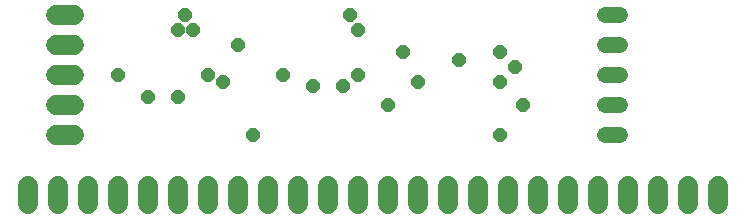
<source format=gbs>
G75*
G70*
%OFA0B0*%
%FSLAX24Y24*%
%IPPOS*%
%LPD*%
%AMOC8*
5,1,8,0,0,1.08239X$1,22.5*
%
%ADD10C,0.0660*%
%ADD11C,0.0540*%
%ADD12OC8,0.0436*%
D10*
X002830Y003780D02*
X002830Y004380D01*
X003830Y004380D02*
X003830Y003780D01*
X004830Y003780D02*
X004830Y004380D01*
X005830Y004380D02*
X005830Y003780D01*
X006830Y003780D02*
X006830Y004380D01*
X007830Y004380D02*
X007830Y003780D01*
X008830Y003780D02*
X008830Y004380D01*
X009830Y004380D02*
X009830Y003780D01*
X010830Y003780D02*
X010830Y004380D01*
X011830Y004380D02*
X011830Y003780D01*
X012830Y003780D02*
X012830Y004380D01*
X013830Y004380D02*
X013830Y003780D01*
X014830Y003780D02*
X014830Y004380D01*
X015830Y004380D02*
X015830Y003780D01*
X016830Y003780D02*
X016830Y004380D01*
X017830Y004380D02*
X017830Y003780D01*
X018830Y003780D02*
X018830Y004380D01*
X019830Y004380D02*
X019830Y003780D01*
X020830Y003780D02*
X020830Y004380D01*
X021830Y004380D02*
X021830Y003780D01*
X022830Y003780D02*
X022830Y004380D01*
X023830Y004380D02*
X023830Y003780D01*
X024830Y003780D02*
X024830Y004380D01*
X025830Y004380D02*
X025830Y003780D01*
X004380Y006080D02*
X003780Y006080D01*
X003780Y007080D02*
X004380Y007080D01*
X004380Y008080D02*
X003780Y008080D01*
X003780Y009080D02*
X004380Y009080D01*
X004380Y010080D02*
X003780Y010080D01*
D11*
X022090Y010080D02*
X022570Y010080D01*
X022570Y009080D02*
X022090Y009080D01*
X022090Y008080D02*
X022570Y008080D01*
X022570Y007080D02*
X022090Y007080D01*
X022090Y006080D02*
X022570Y006080D01*
D12*
X019330Y007080D03*
X018580Y007830D03*
X019080Y008330D03*
X018580Y008830D03*
X017205Y008580D03*
X015830Y007830D03*
X014830Y007080D03*
X013330Y007705D03*
X013830Y008080D03*
X015330Y008830D03*
X013830Y009580D03*
X013580Y010080D03*
X011330Y008080D03*
X012330Y007705D03*
X009830Y009080D03*
X008330Y009580D03*
X007830Y009580D03*
X008080Y010080D03*
X008830Y008080D03*
X009330Y007830D03*
X007830Y007330D03*
X006830Y007330D03*
X005830Y008080D03*
X010330Y006080D03*
X018580Y006080D03*
M02*

</source>
